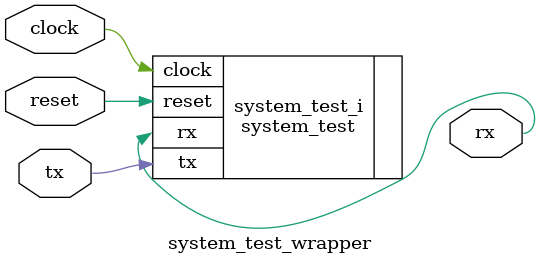
<source format=v>
`timescale 1 ps / 1 ps

module system_test_wrapper
   (clock,
    reset,
    rx,
    tx);
  input clock;
  input reset;
  output rx;
  input tx;

  wire clock;
  wire reset;
  wire rx;
  wire tx;

  system_test system_test_i
       (.clock(clock),
        .reset(reset),
        .rx(rx),
        .tx(tx));
endmodule

</source>
